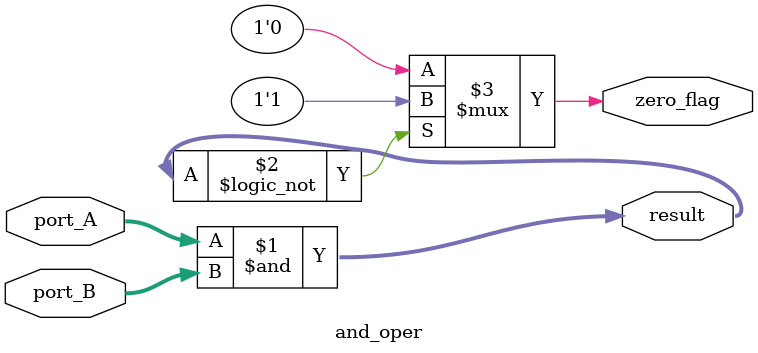
<source format=v>
module and_oper #(parameter DATA_WIDTH = 8)(
	//input
	input [(DATA_WIDTH-1) : 0] port_A,
	input [(DATA_WIDTH-1) : 0] port_B,
	//output
	output [(DATA_WIDTH-1) : 0] result,
	
	output zero_flag
);

assign result = port_A & port_B;

assign zero_flag = (result==0)? 1'b1 : 1'b0;

endmodule

</source>
